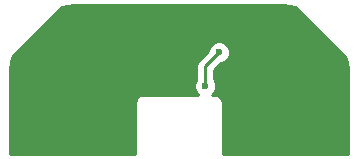
<source format=gbr>
G04 #@! TF.FileFunction,Copper,L2,Bot,Signal*
%FSLAX46Y46*%
G04 Gerber Fmt 4.6, Leading zero omitted, Abs format (unit mm)*
G04 Created by KiCad (PCBNEW 4.0.0-stable) date 12/14/2015 9:14:30 PM*
%MOMM*%
G01*
G04 APERTURE LIST*
%ADD10C,0.100000*%
%ADD11C,0.600000*%
%ADD12C,0.508000*%
%ADD13C,0.609600*%
%ADD14C,0.250000*%
%ADD15C,0.254000*%
G04 APERTURE END LIST*
D10*
D11*
X162750500Y-102489000D03*
X160528000Y-108712000D03*
X157734000Y-108712000D03*
X157734000Y-106934000D03*
X160528000Y-106934000D03*
X175768000Y-108712000D03*
X178562000Y-108712000D03*
X178562000Y-107188000D03*
X175768000Y-107188000D03*
X172918999Y-100399999D03*
X161885000Y-102489000D03*
X167236405Y-103566990D03*
X168402000Y-100711000D03*
D12*
X162814000Y-99695000D02*
X172214000Y-99695000D01*
X172214000Y-99695000D02*
X172918999Y-100399999D01*
X161885000Y-100624000D02*
X162814000Y-99695000D01*
X161885000Y-102489000D02*
X161885000Y-100624000D01*
D13*
X157734000Y-108712000D02*
X160528000Y-108712000D01*
X160528000Y-106934000D02*
X157734000Y-106934000D01*
X178562000Y-108712000D02*
X175768000Y-108712000D01*
X175768000Y-107188000D02*
X178562000Y-107188000D01*
D14*
X168402000Y-100711000D02*
X167236405Y-101876595D01*
X167236405Y-101876595D02*
X167236405Y-103566990D01*
D15*
G36*
X174810528Y-96885134D02*
X179114866Y-101189472D01*
X179290000Y-102069931D01*
X179290000Y-109290000D01*
X168710000Y-109290000D01*
X168710000Y-105000000D01*
X168655954Y-104728295D01*
X168502046Y-104497954D01*
X168271705Y-104344046D01*
X168000000Y-104290000D01*
X167835577Y-104290000D01*
X168028597Y-104097317D01*
X168171243Y-103753789D01*
X168171567Y-103381823D01*
X168029522Y-103038047D01*
X167996405Y-103004872D01*
X167996405Y-102191397D01*
X168541680Y-101646122D01*
X168587167Y-101646162D01*
X168930943Y-101504117D01*
X169194192Y-101241327D01*
X169336838Y-100897799D01*
X169337162Y-100525833D01*
X169195117Y-100182057D01*
X168932327Y-99918808D01*
X168588799Y-99776162D01*
X168216833Y-99775838D01*
X167873057Y-99917883D01*
X167609808Y-100180673D01*
X167467162Y-100524201D01*
X167467121Y-100571077D01*
X166699004Y-101339194D01*
X166534257Y-101585756D01*
X166476405Y-101876595D01*
X166476405Y-103004527D01*
X166444213Y-103036663D01*
X166301567Y-103380191D01*
X166301243Y-103752157D01*
X166443288Y-104095933D01*
X166637017Y-104290000D01*
X162000000Y-104290000D01*
X161728295Y-104344046D01*
X161497954Y-104497954D01*
X161344046Y-104728295D01*
X161290000Y-105000000D01*
X161290000Y-109290000D01*
X150710000Y-109290000D01*
X150710000Y-102069931D01*
X150898542Y-101122064D01*
X155122063Y-96898543D01*
X156069931Y-96710000D01*
X173930069Y-96710000D01*
X174810528Y-96885134D01*
X174810528Y-96885134D01*
G37*
X174810528Y-96885134D02*
X179114866Y-101189472D01*
X179290000Y-102069931D01*
X179290000Y-109290000D01*
X168710000Y-109290000D01*
X168710000Y-105000000D01*
X168655954Y-104728295D01*
X168502046Y-104497954D01*
X168271705Y-104344046D01*
X168000000Y-104290000D01*
X167835577Y-104290000D01*
X168028597Y-104097317D01*
X168171243Y-103753789D01*
X168171567Y-103381823D01*
X168029522Y-103038047D01*
X167996405Y-103004872D01*
X167996405Y-102191397D01*
X168541680Y-101646122D01*
X168587167Y-101646162D01*
X168930943Y-101504117D01*
X169194192Y-101241327D01*
X169336838Y-100897799D01*
X169337162Y-100525833D01*
X169195117Y-100182057D01*
X168932327Y-99918808D01*
X168588799Y-99776162D01*
X168216833Y-99775838D01*
X167873057Y-99917883D01*
X167609808Y-100180673D01*
X167467162Y-100524201D01*
X167467121Y-100571077D01*
X166699004Y-101339194D01*
X166534257Y-101585756D01*
X166476405Y-101876595D01*
X166476405Y-103004527D01*
X166444213Y-103036663D01*
X166301567Y-103380191D01*
X166301243Y-103752157D01*
X166443288Y-104095933D01*
X166637017Y-104290000D01*
X162000000Y-104290000D01*
X161728295Y-104344046D01*
X161497954Y-104497954D01*
X161344046Y-104728295D01*
X161290000Y-105000000D01*
X161290000Y-109290000D01*
X150710000Y-109290000D01*
X150710000Y-102069931D01*
X150898542Y-101122064D01*
X155122063Y-96898543D01*
X156069931Y-96710000D01*
X173930069Y-96710000D01*
X174810528Y-96885134D01*
M02*

</source>
